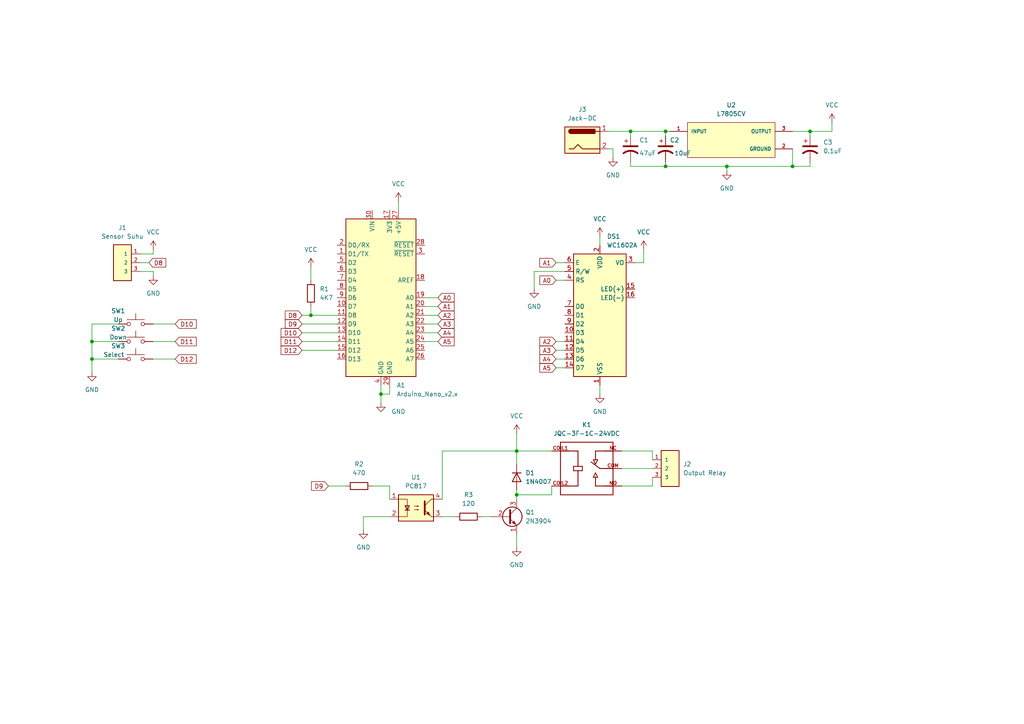
<source format=kicad_sch>
(kicad_sch (version 20211123) (generator eeschema)
  (paper "A4")
  (title_block (title "PCB PENETAS TELUR ARDUINO NANO") (date "2022-01-09") (rev "V1") (company "DOUBLE-W") (comment 1 "WAHYU SAPUTRO R.M."))
  (lib_symbols
    (symbol "282834-3:282834-3" (pin_names (offset 1.016))
      (property "Reference" "J" (at -2.794 5.588 0))
      (property "Value" "282834-3" (at -2.794 -6.604 0))
      (symbol "282834-3_0_0"
        (rectangle (start -2.6416 -5.207) (end 2.54 5.207) (stroke (width 0.254)) (fill (type background)))
        (pin passive line (at 5.08 2.54 180) (length 2.54) (name "1") (number "1"))
        (pin passive line (at 5.08 0 180) (length 2.54) (name "2") (number "2"))
        (pin passive line (at 5.08 -2.54 180) (length 2.54) (name "3") (number "3"))
      )
    )
    (symbol "Connector:Jack-DC" (pin_names (offset 1.016))
      (property "Reference" "J" (at 0 5.334 0))
      (property "Value" "Jack-DC" (at 0 -5.08 0))
      (symbol "Jack-DC_0_1"
        (rectangle (start -5.08 3.81) (end 5.08 -3.81) (stroke (width 0.254)) (fill (type background)))
        (arc (start -3.302 3.175) (mid -3.937 2.54) (end -3.302 1.905) (stroke (width 0.254)))
        (arc (start -3.302 3.175) (mid -3.937 2.54) (end -3.302 1.905) (stroke (width 0.254)) (fill (type outline)))
        (polyline (pts (xy 5.08 2.54) (xy 3.81 2.54)) (stroke (width 0.254)))
        (polyline (pts (xy -3.81 -2.54) (xy -2.54 -2.54) (xy -1.27 -1.27) (xy 0 -2.54) (xy 2.54 -2.54) (xy 5.08 -2.54)) (stroke (width 0.254)))
        (rectangle (start 3.683 3.175) (end -3.302 1.905) (stroke (width 0.254)) (fill (type outline)))
      )
      (symbol "Jack-DC_1_1"
        (pin passive line (at 7.62 2.54 180) (length 2.54) (name "~") (number "1"))
        (pin passive line (at 7.62 -2.54 180) (length 2.54) (name "~") (number "2"))
      )
    )
    (symbol "Device:C_Polarized_US" (pin_numbers hide) (pin_names (offset 0.254) hide)
      (property "Reference" "C" (at 0.635 2.54 0))
      (property "Value" "C_Polarized_US" (at 0.635 -2.54 0))
      (symbol "C_Polarized_US_0_1"
        (polyline (pts (xy -2.032 0.762) (xy 2.032 0.762)) (stroke (width 0.508)))
        (polyline (pts (xy -1.778 2.286) (xy -0.762 2.286)))
        (polyline (pts (xy -1.27 1.778) (xy -1.27 2.794)))
        (arc (start 2.032 -1.27) (mid 0 -0.5572) (end -2.032 -1.27) (stroke (width 0.508)))
      )
      (symbol "C_Polarized_US_1_1"
        (pin passive line (at 0 3.81 270) (length 2.794) (name "~") (number "1"))
        (pin passive line (at 0 -3.81 90) (length 3.302) (name "~") (number "2"))
      )
    )
    (symbol "Device:R" (pin_numbers hide) (pin_names (offset 0))
      (property "Reference" "R" (at 2.032 0 90))
      (property "Value" "R" (at 0 0 90))
      (symbol "R_0_1"
        (rectangle (start -1.016 -2.54) (end 1.016 2.54) (stroke (width 0.254)))
      )
      (symbol "R_1_1"
        (pin passive line (at 0 3.81 270) (length 1.27) (name "~") (number "1"))
        (pin passive line (at 0 -3.81 90) (length 1.27) (name "~") (number "2"))
      )
    )
    (symbol "Diode:1N4007" (pin_numbers hide) (pin_names (offset 1.016) hide)
      (property "Reference" "D" (at 0 2.54 0))
      (property "Value" "1N4007" (at 0 -2.54 0))
      (symbol "1N4007_0_1"
        (polyline (pts (xy -1.27 1.27) (xy -1.27 -1.27)) (stroke (width 0.254)))
        (polyline (pts (xy 1.27 0) (xy -1.27 0)))
        (polyline (pts (xy 1.27 1.27) (xy 1.27 -1.27) (xy -1.27 0) (xy 1.27 1.27)) (stroke (width 0.254)))
      )
      (symbol "1N4007_1_1"
        (pin passive line (at -3.81 0 0) (length 2.54) (name "K") (number "1"))
        (pin passive line (at 3.81 0 180) (length 2.54) (name "A") (number "2"))
      )
    )
    (symbol "Display_Character:WC1602A"
      (property "Reference" "DS" (at -5.842 19.05 0))
      (property "Value" "WC1602A" (at 5.334 19.05 0))
      (symbol "WC1602A_1_1"
        (rectangle (start -7.62 17.78) (end 7.62 -17.78) (stroke (width 0.254)) (fill (type background)))
        (pin power_in line (at 0 -20.32 90) (length 2.54) (name "VSS") (number "1"))
        (pin input line (at -10.16 -5.08 0) (length 2.54) (name "D3") (number "10"))
        (pin input line (at -10.16 -7.62 0) (length 2.54) (name "D4") (number "11"))
        (pin input line (at -10.16 -10.16 0) (length 2.54) (name "D5") (number "12"))
        (pin input line (at -10.16 -12.7 0) (length 2.54) (name "D6") (number "13"))
        (pin input line (at -10.16 -15.24 0) (length 2.54) (name "D7") (number "14"))
        (pin power_in line (at 10.16 7.62 180) (length 2.54) (name "LED(+)") (number "15"))
        (pin power_in line (at 10.16 5.08 180) (length 2.54) (name "LED(-)") (number "16"))
        (pin power_in line (at 0 20.32 270) (length 2.54) (name "VDD") (number "2"))
        (pin input line (at 10.16 15.24 180) (length 2.54) (name "VO") (number "3"))
        (pin input line (at -10.16 10.16 0) (length 2.54) (name "RS") (number "4"))
        (pin input line (at -10.16 12.7 0) (length 2.54) (name "R/W") (number "5"))
        (pin input line (at -10.16 15.24 0) (length 2.54) (name "E") (number "6"))
        (pin input line (at -10.16 2.54 0) (length 2.54) (name "D0") (number "7"))
        (pin input line (at -10.16 0 0) (length 2.54) (name "D1") (number "8"))
        (pin input line (at -10.16 -2.54 0) (length 2.54) (name "D2") (number "9"))
      )
    )
    (symbol "Isolator:PC817" (pin_names (offset 1.016))
      (property "Reference" "U" (at -5.08 5.08 0))
      (property "Value" "PC817" (at 0 5.08 0))
      (symbol "PC817_0_1"
        (rectangle (start -5.08 3.81) (end 5.08 -3.81) (stroke (width 0.254)) (fill (type background)))
        (polyline (pts (xy -3.175 -0.635) (xy -1.905 -0.635)) (stroke (width 0.254)))
        (polyline (pts (xy 2.54 0.635) (xy 4.445 2.54)))
        (polyline (pts (xy 4.445 -2.54) (xy 2.54 -0.635)) (fill (type outline)))
        (polyline (pts (xy 4.445 -2.54) (xy 5.08 -2.54)))
        (polyline (pts (xy 4.445 2.54) (xy 5.08 2.54)))
        (polyline (pts (xy -5.08 2.54) (xy -2.54 2.54) (xy -2.54 -0.635)))
        (polyline (pts (xy -2.54 -0.635) (xy -2.54 -2.54) (xy -5.08 -2.54)))
        (polyline (pts (xy 2.54 1.905) (xy 2.54 -1.905) (xy 2.54 -1.905)) (stroke (width 0.508)))
        (polyline (pts (xy -2.54 -0.635) (xy -3.175 0.635) (xy -1.905 0.635) (xy -2.54 -0.635)) (stroke (width 0.254)))
        (polyline (pts (xy -0.508 -0.508) (xy 0.762 -0.508) (xy 0.381 -0.635) (xy 0.381 -0.381) (xy 0.762 -0.508)))
        (polyline (pts (xy -0.508 0.508) (xy 0.762 0.508) (xy 0.381 0.381) (xy 0.381 0.635) (xy 0.762 0.508)))
        (polyline (pts (xy 3.048 -1.651) (xy 3.556 -1.143) (xy 4.064 -2.159) (xy 3.048 -1.651) (xy 3.048 -1.651)) (fill (type outline)))
      )
      (symbol "PC817_1_1"
        (pin passive line (at -7.62 2.54 0) (length 2.54) (name "~") (number "1"))
        (pin passive line (at -7.62 -2.54 0) (length 2.54) (name "~") (number "2"))
        (pin passive line (at 7.62 -2.54 180) (length 2.54) (name "~") (number "3"))
        (pin passive line (at 7.62 2.54 180) (length 2.54) (name "~") (number "4"))
      )
    )
    (symbol "JQC-3F-1C-24VDC:JQC-3F-1C-24VDC" (pin_names (offset 1.016) hide)
      (property "Reference" "K" (at -7.62 8.89 0))
      (property "Value" "JQC-3F-1C-24VDC" (at -7.62 -10.16 0))
      (symbol "JQC-3F-1C-24VDC_0_0"
        (polyline (pts (xy -7.62 -7.62) (xy 7.62 -7.62)) (stroke (width 0.254)))
        (polyline (pts (xy -7.62 -5.08) (xy -2.54 -5.08)) (stroke (width 0.254)))
        (polyline (pts (xy -7.62 5.08) (xy -2.54 5.08)) (stroke (width 0.254)))
        (polyline (pts (xy -7.62 7.62) (xy -7.62 -7.62)) (stroke (width 0.254)))
        (polyline (pts (xy -3.81 -0.635) (xy -3.81 0.635)) (stroke (width 0.254)))
        (polyline (pts (xy -3.81 0.635) (xy -2.54 0.635)) (stroke (width 0.254)))
        (polyline (pts (xy -2.54 -0.635) (xy -3.81 -0.635)) (stroke (width 0.254)))
        (polyline (pts (xy -2.54 -0.635) (xy -2.54 -5.08)) (stroke (width 0.254)))
        (polyline (pts (xy -2.54 0.635) (xy -1.27 0.635)) (stroke (width 0.254)))
        (polyline (pts (xy -2.54 5.08) (xy -2.54 0.635)) (stroke (width 0.254)))
        (polyline (pts (xy -1.27 -0.635) (xy -2.54 -0.635)) (stroke (width 0.254)))
        (polyline (pts (xy -1.27 0.635) (xy -1.27 -0.635)) (stroke (width 0.254)))
        (polyline (pts (xy 2.54 -5.08) (xy 2.54 -2.54)) (stroke (width 0.254)))
        (polyline (pts (xy 2.54 5.08) (xy 2.54 2.54)) (stroke (width 0.254)))
        (polyline (pts (xy 2.54 5.08) (xy 7.62 5.08)) (stroke (width 0.254)))
        (polyline (pts (xy 3.81 0) (xy 1.27 1.905)) (stroke (width 0.254)))
        (polyline (pts (xy 7.62 -7.62) (xy 7.62 5.08)) (stroke (width 0.254)))
        (polyline (pts (xy 7.62 -5.08) (xy 2.54 -5.08)) (stroke (width 0.254)))
        (polyline (pts (xy 7.62 0) (xy 3.81 0)) (stroke (width 0.254)))
        (polyline (pts (xy 7.62 5.08) (xy 7.62 7.62)) (stroke (width 0.254)))
        (polyline (pts (xy 7.62 7.62) (xy -7.62 7.62)) (stroke (width 0.254)))
        (polyline (pts (xy 1.905 -2.54) (xy 3.175 -2.54) (xy 2.54 -1.27) (xy 1.905 -2.54)) (stroke (width 0.254)) (fill (type background)))
        (polyline (pts (xy 3.175 2.54) (xy 1.905 2.54) (xy 2.54 1.27) (xy 3.175 2.54)) (stroke (width 0.254)) (fill (type background)))
        (pin passive line (at -10.16 5.08 0) (length 5.08) (name "~") (number "COIL1"))
        (pin passive line (at -10.16 -5.08 0) (length 5.08) (name "~") (number "COIL2"))
        (pin passive line (at 10.16 0 180) (length 5.08) (name "~") (number "COM"))
        (pin passive line (at 10.16 5.08 180) (length 5.08) (name "~") (number "NC"))
        (pin passive line (at 10.16 -5.08 180) (length 5.08) (name "~") (number "NO"))
      )
    )
    (symbol "L7805CV:L7805CV" (pin_names (offset 1.016))
      (property "Reference" "U" (at -12.7 5.842 0))
      (property "Value" "L7805CV" (at -12.7 -7.62 0))
      (symbol "L7805CV_0_0"
        (rectangle (start -12.7 -5.08) (end 12.7 5.08) (stroke (width 0.1524)) (fill (type background)))
        (pin input line (at -17.78 2.54 0) (length 5.08) (name "INPUT") (number "1"))
        (pin power_in line (at 17.78 -2.54 180) (length 5.08) (name "GROUND") (number "2"))
        (pin output line (at 17.78 2.54 180) (length 5.08) (name "OUTPUT") (number "3"))
      )
    )
    (symbol "MCU_Module:Arduino_Nano_v2.x"
      (property "Reference" "A" (at -10.16 23.495 0))
      (property "Value" "Arduino_Nano_v2.x" (at 5.08 -24.13 0))
      (symbol "Arduino_Nano_v2.x_0_1"
        (rectangle (start -10.16 22.86) (end 10.16 -22.86) (stroke (width 0.254)) (fill (type background)))
      )
      (symbol "Arduino_Nano_v2.x_1_1"
        (pin bidirectional line (at -12.7 12.7 0) (length 2.54) (name "D1/TX") (number "1"))
        (pin bidirectional line (at -12.7 -2.54 0) (length 2.54) (name "D7") (number "10"))
        (pin bidirectional line (at -12.7 -5.08 0) (length 2.54) (name "D8") (number "11"))
        (pin bidirectional line (at -12.7 -7.62 0) (length 2.54) (name "D9") (number "12"))
        (pin bidirectional line (at -12.7 -10.16 0) (length 2.54) (name "D10") (number "13"))
        (pin bidirectional line (at -12.7 -12.7 0) (length 2.54) (name "D11") (number "14"))
        (pin bidirectional line (at -12.7 -15.24 0) (length 2.54) (name "D12") (number "15"))
        (pin bidirectional line (at -12.7 -17.78 0) (length 2.54) (name "D13") (number "16"))
        (pin power_out line (at 2.54 25.4 270) (length 2.54) (name "3V3") (number "17"))
        (pin input line (at 12.7 5.08 180) (length 2.54) (name "AREF") (number "18"))
        (pin bidirectional line (at 12.7 0 180) (length 2.54) (name "A0") (number "19"))
        (pin bidirectional line (at -12.7 15.24 0) (length 2.54) (name "D0/RX") (number "2"))
        (pin bidirectional line (at 12.7 -2.54 180) (length 2.54) (name "A1") (number "20"))
        (pin bidirectional line (at 12.7 -5.08 180) (length 2.54) (name "A2") (number "21"))
        (pin bidirectional line (at 12.7 -7.62 180) (length 2.54) (name "A3") (number "22"))
        (pin bidirectional line (at 12.7 -10.16 180) (length 2.54) (name "A4") (number "23"))
        (pin bidirectional line (at 12.7 -12.7 180) (length 2.54) (name "A5") (number "24"))
        (pin bidirectional line (at 12.7 -15.24 180) (length 2.54) (name "A6") (number "25"))
        (pin bidirectional line (at 12.7 -17.78 180) (length 2.54) (name "A7") (number "26"))
        (pin power_out line (at 5.08 25.4 270) (length 2.54) (name "+5V") (number "27"))
        (pin input line (at 12.7 15.24 180) (length 2.54) (name "~{RESET}") (number "28"))
        (pin power_in line (at 2.54 -25.4 90) (length 2.54) (name "GND") (number "29"))
        (pin input line (at 12.7 12.7 180) (length 2.54) (name "~{RESET}") (number "3"))
        (pin power_in line (at -2.54 25.4 270) (length 2.54) (name "VIN") (number "30"))
        (pin power_in line (at 0 -25.4 90) (length 2.54) (name "GND") (number "4"))
        (pin bidirectional line (at -12.7 10.16 0) (length 2.54) (name "D2") (number "5"))
        (pin bidirectional line (at -12.7 7.62 0) (length 2.54) (name "D3") (number "6"))
        (pin bidirectional line (at -12.7 5.08 0) (length 2.54) (name "D4") (number "7"))
        (pin bidirectional line (at -12.7 2.54 0) (length 2.54) (name "D5") (number "8"))
        (pin bidirectional line (at -12.7 0 0) (length 2.54) (name "D6") (number "9"))
      )
    )
    (symbol "Switch:SW_Push" (pin_numbers hide) (pin_names (offset 1.016) hide)
      (property "Reference" "SW" (at 1.27 2.54 0))
      (property "Value" "SW_Push" (at 0 -1.524 0))
      (symbol "SW_Push_0_1"
        (circle (center -2.032 0) (radius 0.508))
        (polyline (pts (xy 0 1.27) (xy 0 3.048)))
        (polyline (pts (xy 2.54 1.27) (xy -2.54 1.27)))
        (circle (center 2.032 0) (radius 0.508))
        (pin passive line (at -5.08 0 0) (length 2.54) (name "1") (number "1"))
        (pin passive line (at 5.08 0 180) (length 2.54) (name "2") (number "2"))
      )
    )
    (symbol "Transistor_BJT:2N3904" (pin_names (offset 0) hide)
      (property "Reference" "Q" (at 5.08 1.905 0))
      (property "Value" "2N3904" (at 5.08 0 0))
      (symbol "2N3904_0_1"
        (polyline (pts (xy 0.635 0.635) (xy 2.54 2.54)))
        (polyline (pts (xy 0.635 -0.635) (xy 2.54 -2.54) (xy 2.54 -2.54)))
        (polyline (pts (xy 0.635 1.905) (xy 0.635 -1.905) (xy 0.635 -1.905)) (stroke (width 0.508)))
        (polyline (pts (xy 1.27 -1.778) (xy 1.778 -1.27) (xy 2.286 -2.286) (xy 1.27 -1.778) (xy 1.27 -1.778)) (fill (type outline)))
        (circle (center 1.27 0) (radius 2.8194) (stroke (width 0.254)))
      )
      (symbol "2N3904_1_1"
        (pin passive line (at 2.54 -5.08 90) (length 2.54) (name "E") (number "1"))
        (pin passive line (at -5.08 0 0) (length 5.715) (name "B") (number "2"))
        (pin passive line (at 2.54 5.08 270) (length 2.54) (name "C") (number "3"))
      )
    )
    (symbol "power:GND" (power) (pin_names (offset 0))
      (property "Value" "GND" (at 0 -3.81 0))
      (symbol "GND_0_1"
        (polyline (pts (xy 0 0) (xy 0 -1.27) (xy 1.27 -1.27) (xy 0 -2.54) (xy -1.27 -1.27) (xy 0 -1.27)))
      )
      (symbol "GND_1_1"
        (pin power_in line (at 0 0 270) (length 0) hide (name "GND") (number "1"))
      )
    )
    (symbol "power:VCC" (power) (pin_names (offset 0))
      (property "Value" "VCC" (at 0 3.81 0))
      (symbol "VCC_0_1"
        (polyline (pts (xy -0.762 1.27) (xy 0 2.54)))
        (polyline (pts (xy 0 0) (xy 0 2.54)))
        (polyline (pts (xy 0 2.54) (xy 0.762 1.27)))
      )
      (symbol "VCC_1_1"
        (pin power_in line (at 0 0 90) (length 0) hide (name "VCC") (number "1"))
      )
    )
  )
  (junction (at 210.82 48.26))
  (junction (at 26.67 104.14))
  (junction (at 193.04 38.1))
  (junction (at 149.86 130.81))
  (junction (at 182.88 38.1))
  (junction (at 90.17 91.44))
  (junction (at 110.49 114.3))
  (junction (at 149.86 143.51))
  (junction (at 193.04 48.26))
  (junction (at 229.87 48.26))
  (junction (at 234.95 38.1))
  (junction (at 26.67 99.06))
  (wire (pts (xy 44.45 99.06) (xy 50.8 99.06)))
  (wire (pts (xy 26.67 93.98) (xy 26.67 99.06)))
  (wire (pts (xy 173.99 68.58) (xy 173.99 71.12)))
  (wire (pts (xy 34.29 93.98) (xy 26.67 93.98)))
  (wire (pts (xy 176.53 38.1) (xy 182.88 38.1)))
  (wire (pts (xy 44.45 104.14) (xy 50.8 104.14)))
  (wire (pts (xy 87.63 96.52) (xy 97.79 96.52)))
  (wire (pts (xy 193.04 48.26) (xy 210.82 48.26)))
  (wire (pts (xy 210.82 48.26) (xy 210.82 49.53)))
  (wire (pts (xy 180.34 135.89) (xy 189.23 135.89)))
  (wire (pts (xy 44.45 78.74) (xy 44.45 80.01)))
  (wire (pts (xy 40.64 78.74) (xy 44.45 78.74)))
  (wire (pts (xy 241.3 38.1) (xy 241.3 35.56)))
  (wire (pts (xy 139.7 149.86) (xy 142.24 149.86)))
  (wire (pts (xy 161.29 104.14) (xy 163.83 104.14)))
  (wire (pts (xy 90.17 88.9) (xy 90.17 91.44)))
  (wire (pts (xy 149.86 142.24) (xy 149.86 143.51)))
  (wire (pts (xy 105.41 149.86) (xy 105.41 153.67)))
  (wire (pts (xy 149.86 130.81) (xy 149.86 134.62)))
  (wire (pts (xy 182.88 46.99) (xy 182.88 48.26)))
  (wire (pts (xy 40.64 76.2) (xy 43.18 76.2)))
  (wire (pts (xy 90.17 77.47) (xy 90.17 81.28)))
  (wire (pts (xy 123.19 86.36) (xy 127 86.36)))
  (wire (pts (xy 128.27 144.78) (xy 128.27 130.81)))
  (wire (pts (xy 149.86 125.73) (xy 149.86 130.81)))
  (wire (pts (xy 113.03 114.3) (xy 110.49 114.3)))
  (wire (pts (xy 95.25 140.97) (xy 100.33 140.97)))
  (wire (pts (xy 234.95 38.1) (xy 241.3 38.1)))
  (wire (pts (xy 189.23 130.81) (xy 189.23 133.35)))
  (wire (pts (xy 163.83 78.74) (xy 154.94 78.74)))
  (wire (pts (xy 229.87 48.26) (xy 210.82 48.26)))
  (wire (pts (xy 182.88 38.1) (xy 193.04 38.1)))
  (wire (pts (xy 234.95 46.99) (xy 234.95 48.26)))
  (wire (pts (xy 161.29 99.06) (xy 163.83 99.06)))
  (wire (pts (xy 161.29 101.6) (xy 163.83 101.6)))
  (wire (pts (xy 110.49 114.3) (xy 110.49 116.84)))
  (wire (pts (xy 87.63 99.06) (xy 97.79 99.06)))
  (wire (pts (xy 90.17 91.44) (xy 97.79 91.44)))
  (wire (pts (xy 26.67 99.06) (xy 26.67 104.14)))
  (wire (pts (xy 229.87 38.1) (xy 234.95 38.1)))
  (wire (pts (xy 229.87 43.18) (xy 229.87 48.26)))
  (wire (pts (xy 110.49 111.76) (xy 110.49 114.3)))
  (wire (pts (xy 149.86 154.94) (xy 149.86 158.75)))
  (wire (pts (xy 234.95 48.26) (xy 229.87 48.26)))
  (wire (pts (xy 26.67 104.14) (xy 34.29 104.14)))
  (wire (pts (xy 193.04 38.1) (xy 194.31 38.1)))
  (wire (pts (xy 123.19 96.52) (xy 127 96.52)))
  (wire (pts (xy 115.57 58.42) (xy 115.57 60.96)))
  (wire (pts (xy 161.29 76.2) (xy 163.83 76.2)))
  (wire (pts (xy 123.19 93.98) (xy 127 93.98)))
  (wire (pts (xy 44.45 93.98) (xy 50.8 93.98)))
  (wire (pts (xy 193.04 46.99) (xy 193.04 48.26)))
  (wire (pts (xy 149.86 143.51) (xy 160.02 143.51)))
  (wire (pts (xy 180.34 130.81) (xy 189.23 130.81)))
  (wire (pts (xy 123.19 99.06) (xy 127 99.06)))
  (wire (pts (xy 161.29 106.68) (xy 163.83 106.68)))
  (wire (pts (xy 173.99 111.76) (xy 173.99 114.3)))
  (wire (pts (xy 176.53 43.18) (xy 177.8 43.18)))
  (wire (pts (xy 123.19 91.44) (xy 127 91.44)))
  (wire (pts (xy 113.03 140.97) (xy 113.03 144.78)))
  (wire (pts (xy 87.63 91.44) (xy 90.17 91.44)))
  (wire (pts (xy 193.04 38.1) (xy 193.04 39.37)))
  (wire (pts (xy 26.67 104.14) (xy 26.67 107.95)))
  (wire (pts (xy 113.03 111.76) (xy 113.03 114.3)))
  (wire (pts (xy 123.19 88.9) (xy 127 88.9)))
  (wire (pts (xy 180.34 140.97) (xy 189.23 140.97)))
  (wire (pts (xy 128.27 130.81) (xy 149.86 130.81)))
  (wire (pts (xy 177.8 43.18) (xy 177.8 45.72)))
  (wire (pts (xy 26.67 99.06) (xy 34.29 99.06)))
  (wire (pts (xy 107.95 140.97) (xy 113.03 140.97)))
  (wire (pts (xy 186.69 76.2) (xy 186.69 72.39)))
  (wire (pts (xy 182.88 48.26) (xy 193.04 48.26)))
  (wire (pts (xy 128.27 149.86) (xy 132.08 149.86)))
  (wire (pts (xy 40.64 73.66) (xy 44.45 73.66)))
  (wire (pts (xy 149.86 143.51) (xy 149.86 144.78)))
  (wire (pts (xy 182.88 38.1) (xy 182.88 39.37)))
  (wire (pts (xy 160.02 130.81) (xy 149.86 130.81)))
  (wire (pts (xy 154.94 78.74) (xy 154.94 83.82)))
  (wire (pts (xy 87.63 93.98) (xy 97.79 93.98)))
  (wire (pts (xy 87.63 101.6) (xy 97.79 101.6)))
  (wire (pts (xy 184.15 76.2) (xy 186.69 76.2)))
  (wire (pts (xy 161.29 81.28) (xy 163.83 81.28)))
  (wire (pts (xy 189.23 140.97) (xy 189.23 138.43)))
  (wire (pts (xy 113.03 149.86) (xy 105.41 149.86)))
  (wire (pts (xy 44.45 73.66) (xy 44.45 72.39)))
  (wire (pts (xy 234.95 38.1) (xy 234.95 39.37)))
  (wire (pts (xy 160.02 140.97) (xy 160.02 143.51)))
  (global_label "A4" (shape input) (at 161.29 104.14 180) (property "Intersheet References" "${INTERSHEET_REFS}" (effects hide)))
  (global_label "D11" (shape input) (at 87.63 99.06 180) (property "Intersheet References" "${INTERSHEET_REFS}" (effects hide)))
  (global_label "A2" (shape input) (at 161.29 99.06 180) (property "Intersheet References" "${INTERSHEET_REFS}" (effects hide)))
  (global_label "D11" (shape input) (at 50.8 99.06 0) (property "Intersheet References" "${INTERSHEET_REFS}" (effects hide)))
  (global_label "A5" (shape input) (at 161.29 106.68 180) (property "Intersheet References" "${INTERSHEET_REFS}" (effects hide)))
  (global_label "D8" (shape input) (at 87.63 91.44 180) (property "Intersheet References" "${INTERSHEET_REFS}" (effects hide)))
  (global_label "D9" (shape input) (at 95.25 140.97 180) (property "Intersheet References" "${INTERSHEET_REFS}" (effects hide)))
  (global_label "D10" (shape input) (at 50.8 93.98 0) (property "Intersheet References" "${INTERSHEET_REFS}" (effects hide)))
  (global_label "A2" (shape input) (at 127 91.44 0) (property "Intersheet References" "${INTERSHEET_REFS}" (effects hide)))
  (global_label "D12" (shape input) (at 87.63 101.6 180) (property "Intersheet References" "${INTERSHEET_REFS}" (effects hide)))
  (global_label "A0" (shape input) (at 161.29 81.28 180) (property "Intersheet References" "${INTERSHEET_REFS}" (effects hide)))
  (global_label "A1" (shape input) (at 161.29 76.2 180) (property "Intersheet References" "${INTERSHEET_REFS}" (effects hide)))
  (global_label "D8" (shape input) (at 43.18 76.2 0) (property "Intersheet References" "${INTERSHEET_REFS}" (effects hide)))
  (global_label "A5" (shape input) (at 127 99.06 0) (property "Intersheet References" "${INTERSHEET_REFS}" (effects hide)))
  (global_label "D9" (shape input) (at 87.63 93.98 180) (property "Intersheet References" "${INTERSHEET_REFS}" (effects hide)))
  (global_label "D12" (shape input) (at 50.8 104.14 0) (property "Intersheet References" "${INTERSHEET_REFS}" (effects hide)))
  (global_label "A3" (shape input) (at 161.29 101.6 180) (property "Intersheet References" "${INTERSHEET_REFS}" (effects hide)))
  (global_label "A1" (shape input) (at 127 88.9 0) (property "Intersheet References" "${INTERSHEET_REFS}" (effects hide)))
  (global_label "A4" (shape input) (at 127 96.52 0) (property "Intersheet References" "${INTERSHEET_REFS}" (effects hide)))
  (global_label "A0" (shape input) (at 127 86.36 0) (property "Intersheet References" "${INTERSHEET_REFS}" (effects hide)))
  (global_label "A3" (shape input) (at 127 93.98 0) (property "Intersheet References" "${INTERSHEET_REFS}" (effects hide)))
  (global_label "D10" (shape input) (at 87.63 96.52 180) (property "Intersheet References" "${INTERSHEET_REFS}" (effects hide)))
  (symbol (lib_id "Isolator:PC817") (at 120.65 147.32 0) (unit 1)
    (property "Reference" "U1" (at 120.65 138.43 0))
    (property "Value" "PC817" (at 120.65 140.97 0))
    (property "Footprint" "Package_DIP:DIP-4_W7.62mm" (effects hide))
    (property "Datasheet" "http://www.soselectronic.cz/a_info/resource/d/pc817.pdf" (effects hide))
  )
  (symbol (lib_id "power:GND") (at 26.67 107.95 0) (unit 1)
    (property "Reference" "#PWR0113" (effects hide))
    (property "Value" "GND" (at 26.67 113.03 0))
  )
  (symbol (lib_id "Device:R") (at 104.14 140.97 270) (unit 1)
    (property "Reference" "R2" (at 104.14 134.62 90))
    (property "Value" "470" (at 104.14 137.16 90))
    (property "Footprint" "Resistor_THT:R_Axial_DIN0204_L3.6mm_D1.6mm_P7.62mm_Horizontal" (effects hide))
  )
  (symbol (lib_id "power:VCC") (at 115.57 58.42 0) (unit 1)
    (property "Reference" "#PWR0107" (effects hide))
    (property "Value" "VCC" (at 115.57 53.34 0))
  )
  (symbol (lib_id "MCU_Module:Arduino_Nano_v2.x") (at 110.49 86.36 0) (unit 1)
    (property "Reference" "A1" (at 115.0494 111.76 0) (effects (justify left)))
    (property "Value" "Arduino_Nano_v2.x" (at 115.0494 114.3 0) (effects (justify left)))
    (property "Footprint" "Module:Arduino_Nano" (effects hide))
    (property "Datasheet" "https://www.arduino.cc/en/uploads/Main/ArduinoNanoManual23.pdf" (effects hide))
  )
  (symbol (lib_id "Switch:SW_Push") (at 39.37 104.14 0) (unit 1)
    (property "Reference" "SW3" (at 34.29 100.33 0))
    (property "Value" "Select" (at 33.02 102.87 0))
    (property "Footprint" "Button_Switch_THT:SW_PUSH_6mm" (effects hide))
  )
  (symbol (lib_id "power:VCC") (at 44.45 72.39 0) (unit 1)
    (property "Reference" "#PWR0112" (effects hide))
    (property "Value" "VCC" (at 44.45 67.31 0))
  )
  (symbol (lib_id "282834-3:282834-3") (at 35.56 76.2 0) (unit 1)
    (property "Reference" "J1" (at 35.5092 66.04 0))
    (property "Value" "Sensor Suhu" (at 35.5092 68.58 0))
    (property "Footprint" "282834-3:TE_282834-3" (effects hide))
    (property "Comment" "282834-3" (effects hide))
    (property "EU_RoHS_Compliance" "Compliant with Exemptions" (effects hide))
  )
  (symbol (lib_id "power:GND") (at 177.8 45.72 0) (unit 1)
    (property "Reference" "#PWR0116" (effects hide))
    (property "Value" "GND" (at 177.8 50.8 0))
  )
  (symbol (lib_id "L7805CV:L7805CV") (at 212.09 40.64 0) (unit 1)
    (property "Reference" "U2" (at 212.09 30.48 0))
    (property "Value" "L7805CV" (at 212.09 33.02 0))
    (property "Footprint" "L7805CV:TO255P1040X460X1968-3" (effects hide))
    (property "STANDARD" "IPC-7351B" (effects hide))
    (property "PARTREV" "36" (effects hide))
    (property "MANUFACTURER" "STMicroelectronics" (effects hide))
  )
  (symbol (lib_id "Device:C_Polarized_US") (at 234.95 43.18 0) (unit 1)
    (property "Reference" "C3" (at 238.76 41.2749 0) (effects (justify left)))
    (property "Value" "0.1uF" (at 238.76 43.8149 0) (effects (justify left)))
    (property "Footprint" "Capacitor_THT:CP_Radial_D6.3mm_P2.50mm" (effects hide))
  )
  (symbol (lib_id "power:GND") (at 105.41 153.67 0) (unit 1)
    (property "Reference" "#PWR0110" (effects hide))
    (property "Value" "GND" (at 105.41 158.75 0))
  )
  (symbol (lib_id "power:VCC") (at 90.17 77.47 0) (unit 1)
    (property "Reference" "#PWR0108" (effects hide))
    (property "Value" "VCC" (at 90.17 72.39 0))
  )
  (symbol (lib_id "power:GND") (at 110.49 116.84 0) (unit 1)
    (property "Reference" "#PWR0109" (effects hide))
    (property "Value" "GND" (at 115.57 119.38 0))
  )
  (symbol (lib_id "power:GND") (at 154.94 83.82 0) (unit 1)
    (property "Reference" "#PWR0103" (effects hide))
    (property "Value" "GND" (at 154.94 88.9 0))
  )
  (symbol (lib_id "power:VCC") (at 186.69 72.39 0) (unit 1)
    (property "Reference" "#PWR0101" (effects hide))
    (property "Value" "VCC" (at 186.69 67.31 0))
  )
  (symbol (lib_id "power:VCC") (at 241.3 35.56 0) (unit 1)
    (property "Reference" "#PWR0115" (effects hide))
    (property "Value" "VCC" (at 241.3 30.48 0))
  )
  (symbol (lib_id "282834-3:282834-3") (at 194.31 135.89 0) (mirror y) (unit 1)
    (property "Reference" "J2" (at 198.12 134.6199 0) (effects (justify right)))
    (property "Value" "Output Relay" (at 198.12 137.1599 0) (effects (justify right)))
    (property "Footprint" "282834-3:TE_282834-3" (effects hide))
    (property "Comment" "282834-3" (effects hide))
    (property "EU_RoHS_Compliance" "Compliant with Exemptions" (effects hide))
  )
  (symbol (lib_id "power:GND") (at 173.99 114.3 0) (unit 1)
    (property "Reference" "#PWR0104" (effects hide))
    (property "Value" "GND" (at 173.99 119.38 0))
  )
  (symbol (lib_id "Device:R") (at 90.17 85.09 0) (unit 1)
    (property "Reference" "R1" (at 92.71 83.8199 0) (effects (justify left)))
    (property "Value" "4K7" (at 92.71 86.3599 0) (effects (justify left)))
    (property "Footprint" "Resistor_THT:R_Axial_DIN0204_L3.6mm_D1.6mm_P7.62mm_Horizontal" (effects hide))
  )
  (symbol (lib_id "power:GND") (at 44.45 80.01 0) (unit 1)
    (property "Reference" "#PWR0111" (effects hide))
    (property "Value" "GND" (at 44.45 85.09 0))
  )
  (symbol (lib_id "Switch:SW_Push") (at 39.37 93.98 0) (unit 1)
    (property "Reference" "SW1" (at 34.29 90.17 0))
    (property "Value" "Up" (at 34.29 92.71 0))
    (property "Footprint" "Button_Switch_THT:SW_PUSH_6mm" (effects hide))
  )
  (symbol (lib_id "Display_Character:WC1602A") (at 173.99 91.44 0) (unit 1)
    (property "Reference" "DS1" (at 176.0094 68.58 0) (effects (justify left)))
    (property "Value" "WC1602A" (at 176.0094 71.12 0) (effects (justify left)))
    (property "Footprint" "Display:WC1602A" (effects hide))
    (property "Datasheet" "http://www.wincomlcd.com/pdf/WC1602A-SFYLYHTC06.pdf" (effects hide))
  )
  (symbol (lib_id "power:GND") (at 149.86 158.75 0) (unit 1)
    (property "Reference" "#PWR0105" (effects hide))
    (property "Value" "GND" (at 149.86 163.83 0))
  )
  (symbol (lib_id "Device:C_Polarized_US") (at 182.88 43.18 0) (unit 1)
    (property "Reference" "C1" (at 185.42 40.64 0) (effects (justify left)))
    (property "Value" "47uF" (at 185.42 44.45 0) (effects (justify left)))
    (property "Footprint" "Capacitor_THT:CP_Radial_D6.3mm_P2.50mm" (effects hide))
  )
  (symbol (lib_id "power:GND") (at 210.82 49.53 0) (unit 1)
    (property "Reference" "#PWR0114" (effects hide))
    (property "Value" "GND" (at 210.82 54.61 0))
  )
  (symbol (lib_id "power:VCC") (at 173.99 68.58 0) (unit 1)
    (property "Reference" "#PWR0102" (effects hide))
    (property "Value" "VCC" (at 173.99 63.5 0))
  )
  (symbol (lib_id "Connector:Jack-DC") (at 168.91 40.64 0) (unit 1)
    (property "Reference" "J3" (at 168.91 31.75 0))
    (property "Value" "Jack-DC" (at 168.91 34.29 0))
    (property "Footprint" "Connector_BarrelJack:BarrelJack_Horizontal" (effects hide))
  )
  (symbol (lib_id "power:VCC") (at 149.86 125.73 0) (unit 1)
    (property "Reference" "#PWR0106" (effects hide))
    (property "Value" "VCC" (at 149.86 120.65 0))
  )
  (symbol (lib_id "Transistor_BJT:2N3904") (at 147.32 149.86 0) (unit 1)
    (property "Reference" "Q1" (at 152.4 148.5899 0) (effects (justify left)))
    (property "Value" "2N3904" (at 152.4 151.1299 0) (effects (justify left)))
    (property "Footprint" "Package_TO_SOT_THT:TO-92_Wide" (effects hide))
    (property "Datasheet" "https://www.onsemi.com/pub/Collateral/2N3903-D.PDF" (effects hide))
  )
  (symbol (lib_id "Switch:SW_Push") (at 39.37 99.06 0) (unit 1)
    (property "Reference" "SW2" (at 34.29 95.25 0))
    (property "Value" "Down" (at 34.29 97.79 0))
    (property "Footprint" "Button_Switch_THT:SW_PUSH_6mm" (effects hide))
  )
  (symbol (lib_id "JQC-3F-1C-24VDC:JQC-3F-1C-24VDC") (at 170.18 135.89 0) (unit 1)
    (property "Reference" "K1" (at 170.18 123.19 0))
    (property "Value" "JQC-3F-1C-24VDC" (at 170.18 125.73 0))
    (property "Footprint" "JQC-3F-1C-24VDC:RELAY_JQC-3F-1C-24VDC" (effects hide))
    (property "PARTREV" "N/A" (effects hide))
    (property "STANDARD" "Manufacturer Recommendations" (effects hide))
    (property "MAXIMUM_PACKAGE_HEIGHT" "15.5 mm" (effects hide))
    (property "MANUFACTURER" "YUEQING HENGWEI ELECTRONICS CO.,LTD." (effects hide))
  )
  (symbol (lib_id "Device:C_Polarized_US") (at 193.04 43.18 0) (unit 1)
    (property "Reference" "C2" (at 194.31 40.64 0) (effects (justify left)))
    (property "Value" "10uF" (at 195.58 44.45 0) (effects (justify left)))
    (property "Footprint" "Capacitor_THT:CP_Radial_D6.3mm_P2.50mm" (effects hide))
  )
  (symbol (lib_id "Diode:1N4007") (at 149.86 138.43 270) (unit 1)
    (property "Reference" "D1" (at 152.4 137.1599 90) (effects (justify left)))
    (property "Value" "1N4007" (at 152.4 139.6999 90) (effects (justify left)))
    (property "Footprint" "Diode_THT:D_DO-41_SOD81_P10.16mm_Horizontal" (effects hide))
    (property "Datasheet" "http://www.vishay.com/docs/88503/1n4001.pdf" (effects hide))
  )
  (symbol (lib_id "Device:R") (at 135.89 149.86 270) (unit 1)
    (property "Reference" "R3" (at 135.89 143.51 90))
    (property "Value" "120" (at 135.89 146.05 90))
    (property "Footprint" "Resistor_THT:R_Axial_DIN0204_L3.6mm_D1.6mm_P7.62mm_Horizontal" (effects hide))
  )
)
</source>
